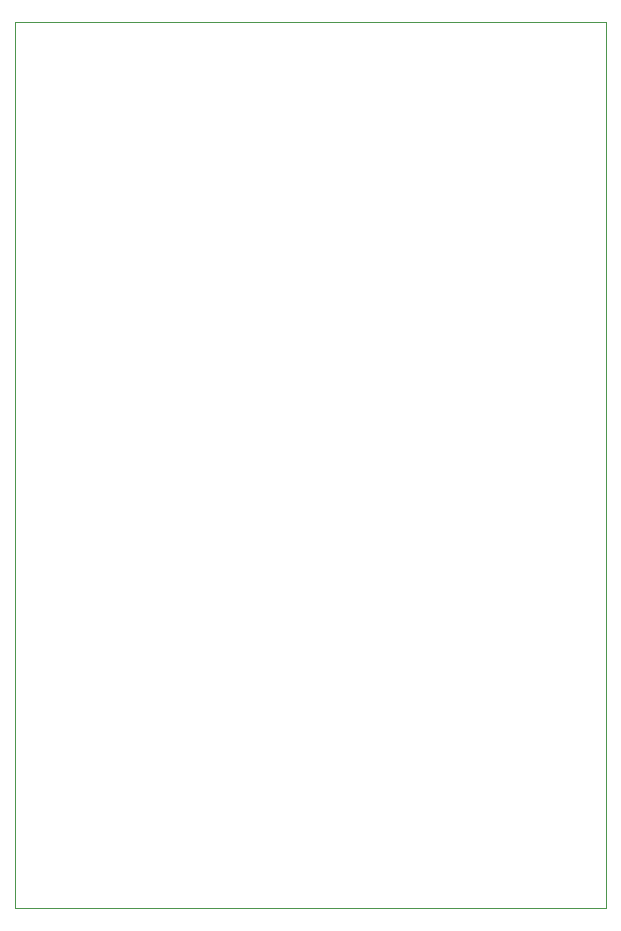
<source format=gbr>
%FSLAX46Y46*%
G04 Gerber Fmt 4.6, Leading zero omitted, Abs format (unit mm)*
G04 Created by KiCad (PCBNEW (2014-jul-16 BZR unknown)-product) date Thu 24 Jul 2014 13:20:02 BST*
%MOMM*%
G01*
G04 APERTURE LIST*
%ADD10C,0.100000*%
G04 APERTURE END LIST*
D10*
X0Y0D02*
X0Y-75000000D01*
X50000000Y0D02*
X0Y0D01*
X50000000Y-75000000D02*
X50000000Y0D01*
X0Y-75000000D02*
X50000000Y-75000000D01*
M02*

</source>
